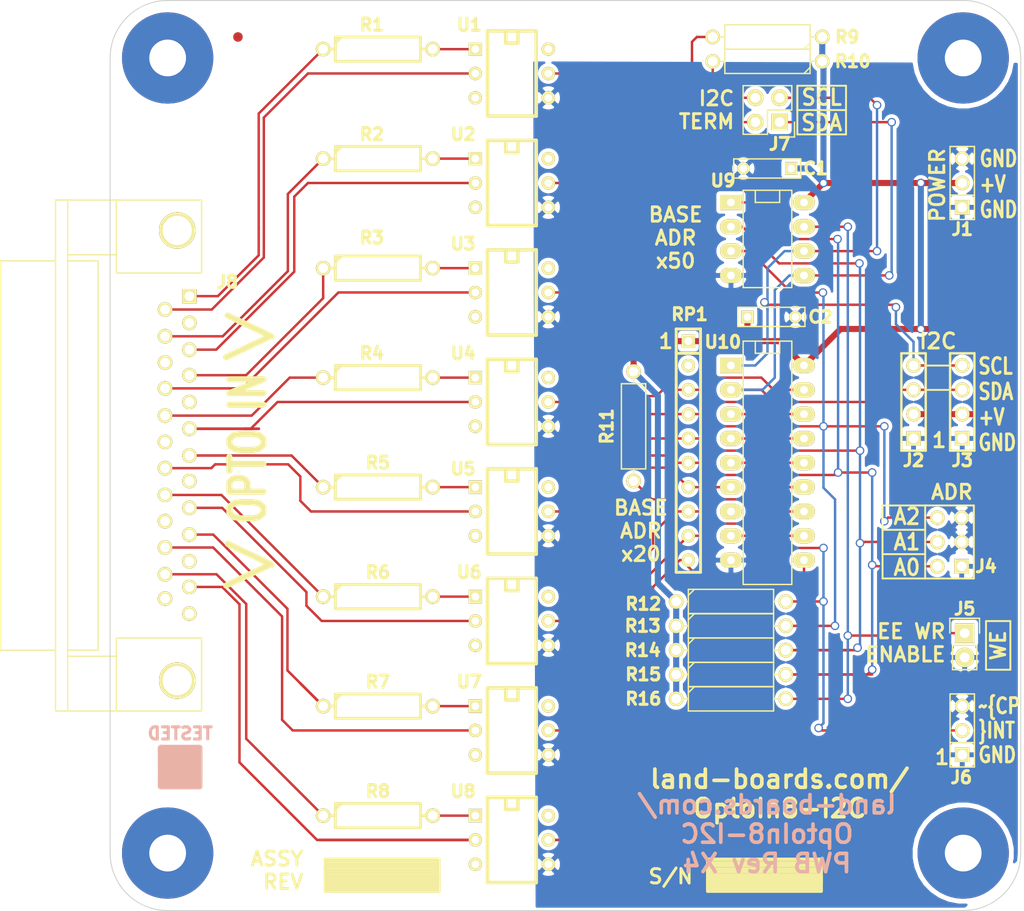
<source format=kicad_pcb>
(kicad_pcb (version 20171130) (host pcbnew "(5.1.10)-1")
  (title_block (title OptoIn8-I2C) (rev X1) (company land-boards.com))
  (layers (0 F.Cu signal) (31 B.Cu signal) (36 B.SilkS user) (37 F.SilkS user) (38 B.Mask user) (39 F.Mask user) (44 Edge.Cuts user))
  (net 0 "")
  (net 1 /A0)
  (net 2 /A1)
  (net 3 /A2)
  (net 4 /CH1-IN+)
  (net 5 /CH1-IN-)
  (net 6 /CH2-IN+)
  (net 7 /CH2-IN-)
  (net 8 /CH3-IN+)
  (net 9 /CH3-IN-)
  (net 10 /CH4-IN+)
  (net 11 /CH4-IN-)
  (net 12 /CH5-IN+)
  (net 13 /CH5-IN-)
  (net 14 /GND)
  (net 15 /GP0)
  (net 16 /GP1)
  (net 17 /GP2)
  (net 18 /GP3)
  (net 19 /GP4)
  (net 20 /GP5)
  (net 21 /GP6)
  (net 22 /GP7)
  (net 23 /INT)
  (net 24 /SCL)
  (net 25 /SDA)
  (net 26 /VCC)
  (net 27 "Net-(R1-Pad2)")
  (net 28 "Net-(R2-Pad2)")
  (net 29 "Net-(R3-Pad2)")
  (net 30 "Net-(R4-Pad2)")
  (net 31 "Net-(R5-Pad2)")
  (net 32 "Net-(R6-Pad2)")
  (net 33 "Net-(R7-Pad2)")
  (net 34 "Net-(R8-Pad2)")
  (net 35 "Net-(J5-Pad1)")
  (net 36 "Net-(J7-Pad2)")
  (net 37 "Net-(J7-Pad4)")
  (net 38 "Net-(J8-Pad12)")
  (net 39 "Net-(J8-Pad10)")
  (net 40 "Net-(J8-Pad9)")
  (net 41 "Net-(J8-Pad24)")
  (net 42 "Net-(J8-Pad23)")
  (net 43 "Net-(J8-Pad21)")
  (net 44 "Net-(R11-Pad2)")
  (module R4-5 (layer F.Cu) (at 37.94 72.23)
    (fp_text reference R6 (at 0 -2.54) (layer F.SilkS) (effects (font (size 1.27 1.27) (thickness 0.3175))))
    (fp_text value 330 hide)
    (pad 1 thru_hole circle (at -5.715 0) (size 1.524 1.524) (drill 1.016) (layers *.Cu *.Mask F.SilkS) (net 43 "Net-(J8-Pad21)"))
    (pad 2 thru_hole circle (at 5.715 0) (size 1.524 1.524) (drill 1.016) (layers *.Cu *.Mask F.SilkS) (net 32 "Net-(R6-Pad2)"))
  )
  (module R4-5 (layer F.Cu) (at 37.94 95.09)
    (fp_text reference R8 (at 0 -2.54) (layer F.SilkS) (effects (font (size 1.27 1.27) (thickness 0.3175))))
    (fp_text value 330 hide)
    (pad 1 thru_hole circle (at -5.715 0) (size 1.524 1.524) (drill 1.016) (layers *.Cu *.Mask F.SilkS) (net 41 "Net-(J8-Pad24)"))
    (pad 2 thru_hole circle (at 5.715 0) (size 1.524 1.524) (drill 1.016) (layers *.Cu *.Mask F.SilkS) (net 34 "Net-(R8-Pad2)"))
  )
  (module R4-5 (layer F.Cu) (at 37.94 83.66)
    (fp_text reference R7 (at 0 -2.54) (layer F.SilkS) (effects (font (size 1.27 1.27) (thickness 0.3175))))
    (fp_text value 330 hide)
    (pad 1 thru_hole circle (at -5.715 0) (size 1.524 1.524) (drill 1.016) (layers *.Cu *.Mask F.SilkS) (net 39 "Net-(J8-Pad10)"))
    (pad 2 thru_hole circle (at 5.715 0) (size 1.524 1.524) (drill 1.016) (layers *.Cu *.Mask F.SilkS) (net 33 "Net-(R7-Pad2)"))
  )
  (module R4-5 (layer F.Cu) (at 37.94 60.8)
    (fp_text reference R5 (at 0 -2.54) (layer F.SilkS) (effects (font (size 1.27 1.27) (thickness 0.3175))))
    (fp_text value 330 hide)
    (pad 1 thru_hole circle (at -5.715 0) (size 1.524 1.524) (drill 1.016) (layers *.Cu *.Mask F.SilkS) (net 12 /CH5-IN+))
    (pad 2 thru_hole circle (at 5.715 0) (size 1.524 1.524) (drill 1.016) (layers *.Cu *.Mask F.SilkS) (net 31 "Net-(R5-Pad2)"))
  )
  (module R4-5 (layer F.Cu) (at 37.94 49.37)
    (fp_text reference R4 (at -0.635 -2.54) (layer F.SilkS) (effects (font (size 1.27 1.27) (thickness 0.3175))))
    (fp_text value 330 hide)
    (pad 1 thru_hole circle (at -5.715 0) (size 1.524 1.524) (drill 1.016) (layers *.Cu *.Mask F.SilkS) (net 10 /CH4-IN+))
    (pad 2 thru_hole circle (at 5.715 0) (size 1.524 1.524) (drill 1.016) (layers *.Cu *.Mask F.SilkS) (net 30 "Net-(R4-Pad2)"))
  )
  (module R4-5 (layer F.Cu) (at 37.94 37.94)
    (fp_text reference R3 (at -0.635 -3.175) (layer F.SilkS) (effects (font (size 1.27 1.27) (thickness 0.3175))))
    (fp_text value 330 hide)
    (pad 1 thru_hole circle (at -5.715 0) (size 1.524 1.524) (drill 1.016) (layers *.Cu *.Mask F.SilkS) (net 8 /CH3-IN+))
    (pad 2 thru_hole circle (at 5.715 0) (size 1.524 1.524) (drill 1.016) (layers *.Cu *.Mask F.SilkS) (net 29 "Net-(R3-Pad2)"))
  )
  (module R4-5 (layer F.Cu) (at 37.94 26.51)
    (fp_text reference R2 (at -0.635 -2.54) (layer F.SilkS) (effects (font (size 1.27 1.27) (thickness 0.3175))))
    (fp_text value 330 hide)
    (pad 1 thru_hole circle (at -5.715 0) (size 1.524 1.524) (drill 1.016) (layers *.Cu *.Mask F.SilkS) (net 6 /CH2-IN+))
    (pad 2 thru_hole circle (at 5.715 0) (size 1.524 1.524) (drill 1.016) (layers *.Cu *.Mask F.SilkS) (net 28 "Net-(R2-Pad2)"))
  )
  (module R4-5 (layer F.Cu) (at 37.94 15.08)
    (fp_text reference R1 (at -0.635 -2.54) (layer F.SilkS) (effects (font (size 1.27 1.27) (thickness 0.3175))))
    (fp_text value 330 hide)
    (pad 1 thru_hole circle (at -5.715 0) (size 1.524 1.524) (drill 1.016) (layers *.Cu *.Mask F.SilkS) (net 4 /CH1-IN+))
    (pad 2 thru_hole circle (at 5.715 0) (size 1.524 1.524) (drill 1.016) (layers *.Cu *.Mask F.SilkS) (net 27 "Net-(R1-Pad2)"))
  )
  (module DIP-6__300 (layer F.Cu) (at 51.91 17.62 270)
    (fp_text reference U1 (at -5.08 4.445) (layer F.SilkS) (effects (font (size 1.27 1.27) (thickness 0.3175))))
    (fp_text value 4N26 hide)
    (pad 1 thru_hole rect (at -2.54 3.81 270) (size 1.397 1.397) (drill 0.8128) (layers *.Cu *.Mask F.SilkS) (net 27 "Net-(R1-Pad2)"))
    (pad 2 thru_hole circle (at 0 3.81 270) (size 1.397 1.397) (drill 0.8128) (layers *.Cu *.Mask F.SilkS) (net 5 /CH1-IN-))
    (pad 3 thru_hole circle (at 2.54 3.81 270) (size 1.397 1.397) (drill 0.8128) (layers *.Cu *.Mask F.SilkS))
    (pad 4 thru_hole circle (at 2.54 -3.81 270) (size 1.397 1.397) (drill 0.8128) (layers *.Cu *.Mask F.SilkS) (net 14 /GND))
    (pad 5 thru_hole circle (at 0 -3.81 270) (size 1.397 1.397) (drill 0.8128) (layers *.Cu *.Mask F.SilkS) (net 22 /GP7))
    (pad 6 thru_hole circle (at -2.54 -3.81 270) (size 1.397 1.397) (drill 0.8128) (layers *.Cu *.Mask F.SilkS))
  )
  (module DIP-6__300 (layer F.Cu) (at 51.91 97.63 270)
    (fp_text reference U8 (at -5.08 5.08) (layer F.SilkS) (effects (font (size 1.27 1.27) (thickness 0.3175))))
    (fp_text value 4N26 hide)
    (pad 1 thru_hole rect (at -2.54 3.81 270) (size 1.397 1.397) (drill 0.8128) (layers *.Cu *.Mask F.SilkS) (net 34 "Net-(R8-Pad2)"))
    (pad 2 thru_hole circle (at 0 3.81 270) (size 1.397 1.397) (drill 0.8128) (layers *.Cu *.Mask F.SilkS) (net 38 "Net-(J8-Pad12)"))
    (pad 3 thru_hole circle (at 2.54 3.81 270) (size 1.397 1.397) (drill 0.8128) (layers *.Cu *.Mask F.SilkS))
    (pad 4 thru_hole circle (at 2.54 -3.81 270) (size 1.397 1.397) (drill 0.8128) (layers *.Cu *.Mask F.SilkS) (net 14 /GND))
    (pad 5 thru_hole circle (at 0 -3.81 270) (size 1.397 1.397) (drill 0.8128) (layers *.Cu *.Mask F.SilkS) (net 15 /GP0))
    (pad 6 thru_hole circle (at -2.54 -3.81 270) (size 1.397 1.397) (drill 0.8128) (layers *.Cu *.Mask F.SilkS))
  )
  (module DIP-6__300 (layer F.Cu) (at 51.91 86.2 270)
    (fp_text reference U7 (at -5.08 4.445) (layer F.SilkS) (effects (font (size 1.27 1.27) (thickness 0.3175))))
    (fp_text value 4N26 hide)
    (pad 1 thru_hole rect (at -2.54 3.81 270) (size 1.397 1.397) (drill 0.8128) (layers *.Cu *.Mask F.SilkS) (net 33 "Net-(R7-Pad2)"))
    (pad 2 thru_hole circle (at 0 3.81 270) (size 1.397 1.397) (drill 0.8128) (layers *.Cu *.Mask F.SilkS) (net 42 "Net-(J8-Pad23)"))
    (pad 3 thru_hole circle (at 2.54 3.81 270) (size 1.397 1.397) (drill 0.8128) (layers *.Cu *.Mask F.SilkS))
    (pad 4 thru_hole circle (at 2.54 -3.81 270) (size 1.397 1.397) (drill 0.8128) (layers *.Cu *.Mask F.SilkS) (net 14 /GND))
    (pad 5 thru_hole circle (at 0 -3.81 270) (size 1.397 1.397) (drill 0.8128) (layers *.Cu *.Mask F.SilkS) (net 16 /GP1))
    (pad 6 thru_hole circle (at -2.54 -3.81 270) (size 1.397 1.397) (drill 0.8128) (layers *.Cu *.Mask F.SilkS))
  )
  (module DIP-6__300 (layer F.Cu) (at 51.91 74.77 270)
    (fp_text reference U6 (at -5.08 4.445) (layer F.SilkS) (effects (font (size 1.27 1.27) (thickness 0.3175))))
    (fp_text value 4N26 hide)
    (pad 1 thru_hole rect (at -2.54 3.81 270) (size 1.397 1.397) (drill 0.8128) (layers *.Cu *.Mask F.SilkS) (net 32 "Net-(R6-Pad2)"))
    (pad 2 thru_hole circle (at 0 3.81 270) (size 1.397 1.397) (drill 0.8128) (layers *.Cu *.Mask F.SilkS) (net 40 "Net-(J8-Pad9)"))
    (pad 3 thru_hole circle (at 2.54 3.81 270) (size 1.397 1.397) (drill 0.8128) (layers *.Cu *.Mask F.SilkS))
    (pad 4 thru_hole circle (at 2.54 -3.81 270) (size 1.397 1.397) (drill 0.8128) (layers *.Cu *.Mask F.SilkS) (net 14 /GND))
    (pad 5 thru_hole circle (at 0 -3.81 270) (size 1.397 1.397) (drill 0.8128) (layers *.Cu *.Mask F.SilkS) (net 17 /GP2))
    (pad 6 thru_hole circle (at -2.54 -3.81 270) (size 1.397 1.397) (drill 0.8128) (layers *.Cu *.Mask F.SilkS))
  )
  (module DIP-6__300 (layer F.Cu) (at 51.91 63.34 270)
    (fp_text reference U5 (at -4.445 5.08) (layer F.SilkS) (effects (font (size 1.27 1.27) (thickness 0.3175))))
    (fp_text value 4N26 hide)
    (pad 1 thru_hole rect (at -2.54 3.81 270) (size 1.397 1.397) (drill 0.8128) (layers *.Cu *.Mask F.SilkS) (net 31 "Net-(R5-Pad2)"))
    (pad 2 thru_hole circle (at 0 3.81 270) (size 1.397 1.397) (drill 0.8128) (layers *.Cu *.Mask F.SilkS) (net 13 /CH5-IN-))
    (pad 3 thru_hole circle (at 2.54 3.81 270) (size 1.397 1.397) (drill 0.8128) (layers *.Cu *.Mask F.SilkS))
    (pad 4 thru_hole circle (at 2.54 -3.81 270) (size 1.397 1.397) (drill 0.8128) (layers *.Cu *.Mask F.SilkS) (net 14 /GND))
    (pad 5 thru_hole circle (at 0 -3.81 270) (size 1.397 1.397) (drill 0.8128) (layers *.Cu *.Mask F.SilkS) (net 18 /GP3))
    (pad 6 thru_hole circle (at -2.54 -3.81 270) (size 1.397 1.397) (drill 0.8128) (layers *.Cu *.Mask F.SilkS))
  )
  (module DIP-6__300 (layer F.Cu) (at 51.91 51.91 270)
    (fp_text reference U4 (at -5.08 5.08) (layer F.SilkS) (effects (font (size 1.27 1.27) (thickness 0.3175))))
    (fp_text value 4N26 hide)
    (pad 1 thru_hole rect (at -2.54 3.81 270) (size 1.397 1.397) (drill 0.8128) (layers *.Cu *.Mask F.SilkS) (net 30 "Net-(R4-Pad2)"))
    (pad 2 thru_hole circle (at 0 3.81 270) (size 1.397 1.397) (drill 0.8128) (layers *.Cu *.Mask F.SilkS) (net 11 /CH4-IN-))
    (pad 3 thru_hole circle (at 2.54 3.81 270) (size 1.397 1.397) (drill 0.8128) (layers *.Cu *.Mask F.SilkS))
    (pad 4 thru_hole circle (at 2.54 -3.81 270) (size 1.397 1.397) (drill 0.8128) (layers *.Cu *.Mask F.SilkS) (net 14 /GND))
    (pad 5 thru_hole circle (at 0 -3.81 270) (size 1.397 1.397) (drill 0.8128) (layers *.Cu *.Mask F.SilkS) (net 19 /GP4))
    (pad 6 thru_hole circle (at -2.54 -3.81 270) (size 1.397 1.397) (drill 0.8128) (layers *.Cu *.Mask F.SilkS))
  )
  (module DIP-6__300 (layer F.Cu) (at 51.91 40.48 270)
    (fp_text reference U3 (at -5.08 5.08) (layer F.SilkS) (effects (font (size 1.27 1.27) (thickness 0.3175))))
    (fp_text value 4N26 hide)
    (pad 1 thru_hole rect (at -2.54 3.81 270) (size 1.397 1.397) (drill 0.8128) (layers *.Cu *.Mask F.SilkS) (net 29 "Net-(R3-Pad2)"))
    (pad 2 thru_hole circle (at 0 3.81 270) (size 1.397 1.397) (drill 0.8128) (layers *.Cu *.Mask F.SilkS) (net 9 /CH3-IN-))
    (pad 3 thru_hole circle (at 2.54 3.81 270) (size 1.397 1.397) (drill 0.8128) (layers *.Cu *.Mask F.SilkS))
    (pad 4 thru_hole circle (at 2.54 -3.81 270) (size 1.397 1.397) (drill 0.8128) (layers *.Cu *.Mask F.SilkS) (net 14 /GND))
    (pad 5 thru_hole circle (at 0 -3.81 270) (size 1.397 1.397) (drill 0.8128) (layers *.Cu *.Mask F.SilkS) (net 20 /GP5))
    (pad 6 thru_hole circle (at -2.54 -3.81 270) (size 1.397 1.397) (drill 0.8128) (layers *.Cu *.Mask F.SilkS))
  )
  (module DIP-6__300 (layer F.Cu) (at 51.91 29.05 270)
    (fp_text reference U2 (at -5.08 5.08) (layer F.SilkS) (effects (font (size 1.27 1.27) (thickness 0.3175))))
    (fp_text value 4N26 hide)
    (pad 1 thru_hole rect (at -2.54 3.81 270) (size 1.397 1.397) (drill 0.8128) (layers *.Cu *.Mask F.SilkS) (net 28 "Net-(R2-Pad2)"))
    (pad 2 thru_hole circle (at 0 3.81 270) (size 1.397 1.397) (drill 0.8128) (layers *.Cu *.Mask F.SilkS) (net 7 /CH2-IN-))
    (pad 3 thru_hole circle (at 2.54 3.81 270) (size 1.397 1.397) (drill 0.8128) (layers *.Cu *.Mask F.SilkS))
    (pad 4 thru_hole circle (at 2.54 -3.81 270) (size 1.397 1.397) (drill 0.8128) (layers *.Cu *.Mask F.SilkS) (net 14 /GND))
    (pad 5 thru_hole circle (at 0 -3.81 270) (size 1.397 1.397) (drill 0.8128) (layers *.Cu *.Mask F.SilkS) (net 21 /GP6))
    (pad 6 thru_hole circle (at -2.54 -3.81 270) (size 1.397 1.397) (drill 0.8128) (layers *.Cu *.Mask F.SilkS))
  )
  (module REV_BLOCK (layer F.Cu) (at 37.94 101.44)
    (fp_text reference ST1 hide)
    (fp_text value CONN_1 hide)
  )
  (module pin_array_3x2 (layer F.Cu) (at 97.57 66.525 90)
    (fp_text reference J4 (at -2.54 3.81 180) (layer F.SilkS) (effects (font (size 1.27 1.27) (thickness 0.3175))))
    (fp_text value CONN_3X2 hide)
    (pad 1 thru_hole rect (at -2.54 1.27 90) (size 1.524 1.524) (drill 1.016) (layers *.Cu *.Mask F.SilkS) (net 14 /GND))
    (pad 2 thru_hole circle (at -2.54 -1.27 90) (size 1.524 1.524) (drill 1.016) (layers *.Cu *.Mask F.SilkS) (net 1 /A0))
    (pad 3 thru_hole circle (at 0 1.27 90) (size 1.524 1.524) (drill 1.016) (layers *.Cu *.Mask F.SilkS) (net 14 /GND))
    (pad 4 thru_hole circle (at 0 -1.27 90) (size 1.524 1.524) (drill 1.016) (layers *.Cu *.Mask F.SilkS) (net 2 /A1))
    (pad 5 thru_hole circle (at 2.54 1.27 90) (size 1.524 1.524) (drill 1.016) (layers *.Cu *.Mask F.SilkS) (net 14 /GND))
    (pad 6 thru_hole circle (at 2.54 -1.27 90) (size 1.524 1.524) (drill 1.016) (layers *.Cu *.Mask F.SilkS) (net 3 /A2))
  )
  (module SIL-10 (layer F.Cu) (at 70.325 56.99 270)
    (fp_text reference RP1 (at -14.224 -0.127) (layer F.SilkS) (effects (font (size 1.27 1.27) (thickness 0.3175))))
    (fp_text value 4.7K-PACK hide)
    (pad 1 thru_hole rect (at -11.43 0 270) (size 1.397 1.397) (drill 0.8128) (layers *.Cu *.Mask F.SilkS) (net 26 /VCC))
    (pad 2 thru_hole circle (at -8.89 0 270) (size 1.397 1.397) (drill 0.8128) (layers *.Cu *.Mask F.SilkS))
    (pad 3 thru_hole circle (at -6.35 0 270) (size 1.397 1.397) (drill 0.8128) (layers *.Cu *.Mask F.SilkS) (net 22 /GP7))
    (pad 4 thru_hole circle (at -3.81 0 270) (size 1.397 1.397) (drill 0.8128) (layers *.Cu *.Mask F.SilkS) (net 21 /GP6))
    (pad 5 thru_hole circle (at -1.27 0 270) (size 1.397 1.397) (drill 0.8128) (layers *.Cu *.Mask F.SilkS) (net 20 /GP5))
    (pad 6 thru_hole circle (at 1.27 0 270) (size 1.397 1.397) (drill 0.8128) (layers *.Cu *.Mask F.SilkS) (net 19 /GP4))
    (pad 7 thru_hole circle (at 3.81 0 270) (size 1.397 1.397) (drill 0.8128) (layers *.Cu *.Mask F.SilkS) (net 18 /GP3))
    (pad 8 thru_hole circle (at 6.35 0 270) (size 1.397 1.397) (drill 0.8128) (layers *.Cu *.Mask F.SilkS) (net 17 /GP2))
    (pad 9 thru_hole circle (at 8.89 0 270) (size 1.397 1.397) (drill 0.8128) (layers *.Cu *.Mask F.SilkS) (net 16 /GP1))
    (pad 10 thru_hole circle (at 11.43 0 270) (size 1.397 1.397) (drill 0.8128) (layers *.Cu *.Mask F.SilkS) (net 15 /GP0))
  )
  (module FIDUCIAL (layer F.Cu) (at 22.7 12.54)
    (fp_text reference FID2 hide)
    (fp_text value ADAFRUIT_FIDUCIAL hide)
    (pad 1 smd circle (at 0.635 1.27) (size 1 1) (layers F.Cu F.Mask) (clearance 1))
  )
  (module FIDUCIAL (layer F.Cu) (at 92.55 102.71)
    (fp_text reference FID1 hide)
    (fp_text value ADAFRUIT_FIDUCIAL hide)
    (pad 1 smd circle (at 0 0) (size 1 1) (layers F.Cu F.Mask) (clearance 1))
  )
  (module PIN_ARRAY_4x1 (layer F.Cu) (at 93.82 51.91 90)
    (fp_text reference J2 (at -6.096 0 180) (layer F.SilkS) (effects (font (size 1.27 1.27) (thickness 0.3175))))
    (fp_text value CONN_4 hide)
    (pad 1 thru_hole rect (at -3.81 0 90) (size 1.524 1.524) (drill 1.016) (layers *.Cu *.Mask F.SilkS) (net 14 /GND))
    (pad 2 thru_hole circle (at -1.27 0 90) (size 1.524 1.524) (drill 1.016) (layers *.Cu *.Mask F.SilkS) (net 26 /VCC))
    (pad 3 thru_hole circle (at 1.27 0 90) (size 1.524 1.524) (drill 1.016) (layers *.Cu *.Mask F.SilkS) (net 25 /SDA))
    (pad 4 thru_hole circle (at 3.81 0 90) (size 1.524 1.524) (drill 1.016) (layers *.Cu *.Mask F.SilkS) (net 24 /SCL))
  )
  (module REV_BLOCK (layer F.Cu) (at 77.818 101.44)
    (fp_text reference ST2 hide)
    (fp_text value REV-HIST hide)
  )
  (module MTG-6-32 (layer F.Cu) (at 99 99)
    (fp_text reference MTG4 hide)
    (fp_text value MTG_HOLE hide)
    (pad 1 thru_hole circle (at 0 0) (size 9.525 9.525) (drill 3.8354) (layers *.Cu *.Mask) (clearance 0.508))
  )
  (module MTG-6-32 (layer F.Cu) (at 99 16)
    (fp_text reference MTG2 hide)
    (fp_text value MTG_HOLE hide)
    (pad 1 thru_hole circle (at 0 0) (size 9.525 9.525) (drill 3.8354) (layers *.Cu *.Mask) (clearance 0.508))
  )
  (module MTG-6-32 (layer F.Cu) (at 16 99)
    (fp_text reference MTG3 hide)
    (fp_text value MTG_HOLE hide)
    (pad 1 thru_hole circle (at 0 0) (size 9.525 9.525) (drill 3.8354) (layers *.Cu *.Mask) (clearance 0.508))
  )
  (module MTG-6-32 (layer F.Cu) (at 16 16)
    (fp_text reference MTG1 hide)
    (fp_text value MTG_HOLE hide)
    (pad 1 thru_hole circle (at 0 0) (size 9.525 9.525) (drill 3.8354) (layers *.Cu *.Mask) (clearance 0.508))
  )
  (module PIN_ARRAY_4x1 (layer F.Cu) (at 98.9 51.91 90)
    (fp_text reference J3 (at -6.096 0 180) (layer F.SilkS) (effects (font (size 1.27 1.27) (thickness 0.3175))))
    (fp_text value CONN_4 hide)
    (pad 1 thru_hole rect (at -3.81 0 90) (size 1.524 1.524) (drill 1.016) (layers *.Cu *.Mask F.SilkS) (net 14 /GND))
    (pad 2 thru_hole circle (at -1.27 0 90) (size 1.524 1.524) (drill 1.016) (layers *.Cu *.Mask F.SilkS) (net 26 /VCC))
    (pad 3 thru_hole circle (at 1.27 0 90) (size 1.524 1.524) (drill 1.016) (layers *.Cu *.Mask F.SilkS) (net 25 /SDA))
    (pad 4 thru_hole circle (at 3.81 0 90) (size 1.524 1.524) (drill 1.016) (layers *.Cu *.Mask F.SilkS) (net 24 /SCL))
  )
  (module PIN_ARRAY_3X1 (layer F.Cu) (at 98.9 86.2 90)
    (fp_text reference J6 (at -4.9 -0.1 180) (layer F.SilkS) (effects (font (size 1.27 1.27) (thickness 0.3175))))
    (fp_text value CONN_3 hide)
    (pad 1 thru_hole rect (at -2.54 0 90) (size 1.524 1.524) (drill 1.016) (layers *.Cu *.Mask F.SilkS) (net 14 /GND))
    (pad 2 thru_hole circle (at 0 0 90) (size 1.524 1.524) (drill 1.016) (layers *.Cu *.Mask F.SilkS) (net 23 /INT))
    (pad 3 thru_hole circle (at 2.54 0 90) (size 1.524 1.524) (drill 1.016) (layers *.Cu *.Mask F.SilkS) (net 14 /GND))
  )
  (module PIN_ARRAY_3X1 (layer F.Cu) (at 98.9 29.05 90)
    (fp_text reference J1 (at -4.826 0 180) (layer F.SilkS) (effects (font (size 1.27 1.27) (thickness 0.3175))))
    (fp_text value CONN_3 hide)
    (pad 1 thru_hole rect (at -2.54 0 90) (size 1.524 1.524) (drill 1.016) (layers *.Cu *.Mask F.SilkS) (net 14 /GND))
    (pad 2 thru_hole circle (at 0 0 90) (size 1.524 1.524) (drill 1.016) (layers *.Cu *.Mask F.SilkS) (net 26 /VCC))
    (pad 3 thru_hole circle (at 2.54 0 90) (size 1.524 1.524) (drill 1.016) (layers *.Cu *.Mask F.SilkS) (net 14 /GND))
  )
  (module Pin_Headers:Pin_Header_Straight_1x02 (layer F.Cu) (at 99.154 76.04)
    (fp_text reference J5 (at 0 -2.54) (layer F.SilkS) (effects (font (size 1.27 1.27) (thickness 0.3175))))
    (fp_text value CONN_01X02 hide)
    (pad 1 thru_hole rect (at 0 0) (size 2.032 2.032) (drill 1.016) (layers *.Cu *.Mask F.SilkS) (net 35 "Net-(J5-Pad1)"))
    (pad 2 thru_hole oval (at 0 2.54) (size 2.032 2.032) (drill 1.016) (layers *.Cu *.Mask F.SilkS) (net 14 /GND))
  )
  (module Discret:R4-5 (layer F.Cu) (at 74.77 75.278)
    (fp_text reference R13 (at -9.204 0.01) (layer F.SilkS) (effects (font (size 1.27 1.27) (thickness 0.3175))))
    (fp_text value 10K hide)
    (pad 1 thru_hole circle (at -5.715 0) (size 1.524 1.524) (drill 1.016) (layers *.Cu *.Mask F.SilkS) (net 26 /VCC))
    (pad 2 thru_hole circle (at 5.715 0) (size 1.524 1.524) (drill 1.016) (layers *.Cu *.Mask F.SilkS) (net 3 /A2))
  )
  (module Discret:R4-5 (layer F.Cu) (at 74.77 77.818)
    (fp_text reference R14 (at -9.204 0.01) (layer F.SilkS) (effects (font (size 1.27 1.27) (thickness 0.3175))))
    (fp_text value 10K hide)
    (pad 1 thru_hole circle (at -5.715 0) (size 1.524 1.524) (drill 1.016) (layers *.Cu *.Mask F.SilkS) (net 26 /VCC))
    (pad 2 thru_hole circle (at 5.715 0) (size 1.524 1.524) (drill 1.016) (layers *.Cu *.Mask F.SilkS) (net 2 /A1))
  )
  (module Discret:R4-5 (layer F.Cu) (at 74.77 80.358)
    (fp_text reference R15 (at -9.144 0) (layer F.SilkS) (effects (font (size 1.27 1.27) (thickness 0.3175))))
    (fp_text value 10K hide)
    (pad 1 thru_hole circle (at -5.715 0) (size 1.524 1.524) (drill 1.016) (layers *.Cu *.Mask F.SilkS) (net 26 /VCC))
    (pad 2 thru_hole circle (at 5.715 0) (size 1.524 1.524) (drill 1.016) (layers *.Cu *.Mask F.SilkS) (net 1 /A0))
  )
  (module Discret:R4-5 (layer F.Cu) (at 64.61 54.45 270)
    (fp_text reference R11 (at 0 2.794 270) (layer F.SilkS) (effects (font (size 1.27 1.27) (thickness 0.3175))))
    (fp_text value 10K hide)
    (pad 1 thru_hole circle (at -5.715 0 270) (size 1.524 1.524) (drill 1.016) (layers *.Cu *.Mask F.SilkS) (net 26 /VCC))
    (pad 2 thru_hole circle (at 5.715 0 270) (size 1.524 1.524) (drill 1.016) (layers *.Cu *.Mask F.SilkS) (net 44 "Net-(R11-Pad2)"))
  )
  (module Discret:R4-5 (layer F.Cu) (at 74.77 72.738)
    (fp_text reference R12 (at -9.144 0.254) (layer F.SilkS) (effects (font (size 1.27 1.27) (thickness 0.3175))))
    (fp_text value 10K hide)
    (pad 1 thru_hole circle (at -5.715 0) (size 1.524 1.524) (drill 1.016) (layers *.Cu *.Mask F.SilkS) (net 26 /VCC))
    (pad 2 thru_hole circle (at 5.715 0) (size 1.524 1.524) (drill 1.016) (layers *.Cu *.Mask F.SilkS) (net 23 /INT))
  )
  (module Discret:R4-5 (layer F.Cu) (at 74.77 82.898)
    (fp_text reference R16 (at -9.144 0) (layer F.SilkS) (effects (font (size 1.27 1.27) (thickness 0.3175))))
    (fp_text value 1K hide)
    (pad 1 thru_hole circle (at -5.715 0) (size 1.524 1.524) (drill 1.016) (layers *.Cu *.Mask F.SilkS) (net 26 /VCC))
    (pad 2 thru_hole circle (at 5.715 0) (size 1.524 1.524) (drill 1.016) (layers *.Cu *.Mask F.SilkS) (net 35 "Net-(J5-Pad1)"))
  )
  (module Pin_Headers:Pin_Header_Straight_2x02 (layer F.Cu) (at 79.85 22.7 180)
    (fp_text reference J7 (at 0 -2.286 180) (layer F.SilkS) (effects (font (size 1.27 1.27) (thickness 0.3175))))
    (fp_text value CONN_02X02 hide)
    (pad 1 thru_hole rect (at 0 0 180) (size 1.7272 1.7272) (drill 1.016) (layers *.Cu *.Mask F.SilkS) (net 25 /SDA))
    (pad 2 thru_hole oval (at 2.54 0 180) (size 1.7272 1.7272) (drill 1.016) (layers *.Cu *.Mask F.SilkS) (net 36 "Net-(J7-Pad2)"))
    (pad 3 thru_hole oval (at 0 2.54 180) (size 1.7272 1.7272) (drill 1.016) (layers *.Cu *.Mask F.SilkS) (net 24 /SCL))
    (pad 4 thru_hole oval (at 2.54 2.54 180) (size 1.7272 1.7272) (drill 1.016) (layers *.Cu *.Mask F.SilkS) (net 37 "Net-(J7-Pad4)"))
  )
  (module Discret:R4-5 (layer F.Cu) (at 78.58 13.81 180)
    (fp_text reference R9 (at -8.322 -0.01 180) (layer F.SilkS) (effects (font (size 1.27 1.27) (thickness 0.3175))))
    (fp_text value 2.2K hide)
    (pad 1 thru_hole circle (at -5.715 0 180) (size 1.524 1.524) (drill 1.016) (layers *.Cu *.Mask F.SilkS) (net 26 /VCC))
    (pad 2 thru_hole circle (at 5.715 0 180) (size 1.524 1.524) (drill 1.016) (layers *.Cu *.Mask F.SilkS) (net 36 "Net-(J7-Pad2)"))
  )
  (module Discret:R4-5 (layer F.Cu) (at 78.58 16.35 180)
    (fp_text reference R10 (at -8.89 0 180) (layer F.SilkS) (effects (font (size 1.27 1.27) (thickness 0.3175))))
    (fp_text value 2.2K hide)
    (pad 1 thru_hole circle (at -5.715 0 180) (size 1.524 1.524) (drill 1.016) (layers *.Cu *.Mask F.SilkS) (net 26 /VCC))
    (pad 2 thru_hole circle (at 5.715 0 180) (size 1.524 1.524) (drill 1.016) (layers *.Cu *.Mask F.SilkS) (net 37 "Net-(J7-Pad4)"))
  )
  (module modules:TEST_BLK-REAR (layer F.Cu) (at 17.306 90.02)
    (fp_text reference TESTED (at 0 -3.5) (layer B.SilkS) (effects (font (size 1.27 1.27) (thickness 0.3175)) (justify mirror)))
    (fp_text value VAL** hide)
  )
  (module Capacitors_ThroughHole:C_Rect_L7_W2_P5 (layer F.Cu) (at 81.06 27.536 180)
    (fp_text reference C1 (at -2.54 0 180) (layer F.SilkS) (effects (font (size 1.27 1.27) (thickness 0.3175))))
    (fp_text value 0.1uF hide)
    (pad 1 thru_hole rect (at 0 0 180) (size 1.3 1.3) (drill 0.8) (layers *.Cu *.Mask F.SilkS) (net 26 /VCC))
    (pad 2 thru_hole circle (at 5 0 180) (size 1.3 1.3) (drill 0.8) (layers *.Cu *.Mask F.SilkS) (net 14 /GND))
  )
  (module Capacitors_ThroughHole:C_Rect_L7_W2_P5 (layer F.Cu) (at 76.488 43.03)
    (fp_text reference C2 (at 7.62 0) (layer F.SilkS) (effects (font (size 1.27 1.27) (thickness 0.3175))))
    (fp_text value 0.1uF hide)
    (pad 1 thru_hole rect (at 0 0) (size 1.3 1.3) (drill 0.8) (layers *.Cu *.Mask F.SilkS) (net 26 /VCC))
    (pad 2 thru_hole circle (at 5 0) (size 1.3 1.3) (drill 0.8) (layers *.Cu *.Mask F.SilkS) (net 14 /GND))
  )
  (module Housings_DIP:DIP-8__300_ELL (layer F.Cu) (at 78.58 34.892 270)
    (fp_text reference U9 (at -6.086 4.632) (layer F.SilkS) (effects (font (size 1.27 1.27) (thickness 0.3175))))
    (fp_text value 24C01 hide)
    (pad 1 thru_hole rect (at -3.81 3.81 270) (size 1.5748 2.286) (drill 0.8128) (layers *.Cu *.Mask F.SilkS) (net 1 /A0))
    (pad 2 thru_hole oval (at -1.27 3.81 270) (size 1.5748 2.286) (drill 0.8128) (layers *.Cu *.Mask F.SilkS) (net 2 /A1))
    (pad 3 thru_hole oval (at 1.27 3.81 270) (size 1.5748 2.286) (drill 0.8128) (layers *.Cu *.Mask F.SilkS) (net 3 /A2))
    (pad 4 thru_hole oval (at 3.81 3.81 270) (size 1.5748 2.286) (drill 0.8128) (layers *.Cu *.Mask F.SilkS) (net 14 /GND))
    (pad 5 thru_hole oval (at 3.81 -3.81 270) (size 1.5748 2.286) (drill 0.8128) (layers *.Cu *.Mask F.SilkS) (net 25 /SDA))
    (pad 6 thru_hole oval (at 1.27 -3.81 270) (size 1.5748 2.286) (drill 0.8128) (layers *.Cu *.Mask F.SilkS) (net 24 /SCL))
    (pad 7 thru_hole oval (at -1.27 -3.81 270) (size 1.5748 2.286) (drill 0.8128) (layers *.Cu *.Mask F.SilkS) (net 35 "Net-(J5-Pad1)"))
    (pad 8 thru_hole oval (at -3.81 -3.81 270) (size 1.5748 2.286) (drill 0.8128) (layers *.Cu *.Mask F.SilkS) (net 26 /VCC))
  )
  (module Housings_DIP:DIP-18__300_ELL (layer F.Cu) (at 78.58 58.26 270)
    (fp_text reference U10 (at -12.61 4.655) (layer F.SilkS) (effects (font (size 1.27 1.27) (thickness 0.3175))))
    (fp_text value MCP23008P hide)
    (pad 1 thru_hole rect (at -10.16 3.81 270) (size 1.5748 2.286) (drill 0.8128) (layers *.Cu *.Mask F.SilkS) (net 24 /SCL))
    (pad 2 thru_hole oval (at -7.62 3.81 270) (size 1.5748 2.286) (drill 0.8128) (layers *.Cu *.Mask F.SilkS) (net 25 /SDA))
    (pad 3 thru_hole oval (at -5.08 3.81 270) (size 1.5748 2.286) (drill 0.8128) (layers *.Cu *.Mask F.SilkS) (net 3 /A2))
    (pad 4 thru_hole oval (at -2.54 3.81 270) (size 1.5748 2.286) (drill 0.8128) (layers *.Cu *.Mask F.SilkS) (net 2 /A1))
    (pad 5 thru_hole oval (at 0 3.81 270) (size 1.5748 2.286) (drill 0.8128) (layers *.Cu *.Mask F.SilkS) (net 1 /A0))
    (pad 6 thru_hole oval (at 2.54 3.81 270) (size 1.5748 2.286) (drill 0.8128) (layers *.Cu *.Mask F.SilkS) (net 44 "Net-(R11-Pad2)"))
    (pad 7 thru_hole oval (at 5.08 3.81 270) (size 1.5748 2.286) (drill 0.8128) (layers *.Cu *.Mask F.SilkS))
    (pad 8 thru_hole oval (at 7.62 3.81 270) (size 1.5748 2.286) (drill 0.8128) (layers *.Cu *.Mask F.SilkS) (net 23 /INT))
    (pad 9 thru_hole oval (at 10.16 3.81 270) (size 1.5748 2.286) (drill 0.8128) (layers *.Cu *.Mask F.SilkS) (net 14 /GND))
    (pad 10 thru_hole oval (at 10.16 -3.81 270) (size 1.5748 2.286) (drill 0.8128) (layers *.Cu *.Mask F.SilkS) (net 15 /GP0))
    (pad 11 thru_hole oval (at 7.62 -3.81 270) (size 1.5748 2.286) (drill 0.8128) (layers *.Cu *.Mask F.SilkS) (net 16 /GP1))
    (pad 12 thru_hole oval (at 5.08 -3.81 270) (size 1.5748 2.286) (drill 0.8128) (layers *.Cu *.Mask F.SilkS) (net 17 /GP2))
    (pad 13 thru_hole oval (at 2.54 -3.81 270) (size 1.5748 2.286) (drill 0.8128) (layers *.Cu *.Mask F.SilkS) (net 18 /GP3))
    (pad 14 thru_hole oval (at 0 -3.81 270) (size 1.5748 2.286) (drill 0.8128) (layers *.Cu *.Mask F.SilkS) (net 19 /GP4))
    (pad 15 thru_hole oval (at -2.54 -3.81 270) (size 1.5748 2.286) (drill 0.8128) (layers *.Cu *.Mask F.SilkS) (net 20 /GP5))
    (pad 16 thru_hole oval (at -5.08 -3.81 270) (size 1.5748 2.286) (drill 0.8128) (layers *.Cu *.Mask F.SilkS) (net 21 /GP6))
    (pad 17 thru_hole oval (at -7.62 -3.81 270) (size 1.5748 2.286) (drill 0.8128) (layers *.Cu *.Mask F.SilkS) (net 22 /GP7))
    (pad 18 thru_hole oval (at -10.16 -3.81 270) (size 1.5748 2.286) (drill 0.8128) (layers *.Cu *.Mask F.SilkS) (net 26 /VCC))
  )
  (module DougsNewMods:DB25MC (layer F.Cu) (at 17 57.5 90)
    (fp_text reference J8 (at 18.13 5.225 180) (layer F.SilkS) (effects (font (size 1.27 1.27) (thickness 0.3175))))
    (fp_text value DB25 hide)
    (pad "" thru_hole circle (at 23.495 0 90) (size 3.81 3.81) (drill 3.048) (layers *.Cu *.Mask F.SilkS))
    (pad "" thru_hole circle (at -23.495 0 90) (size 3.81 3.81) (drill 3.048) (layers *.Cu *.Mask F.SilkS))
    (pad 13 thru_hole circle (at -16.51 1.27 90) (size 1.524 1.524) (drill 1.016) (layers *.Cu *.Mask F.SilkS))
    (pad 12 thru_hole circle (at -13.716 1.27 90) (size 1.524 1.524) (drill 1.016) (layers *.Cu *.Mask F.SilkS) (net 38 "Net-(J8-Pad12)"))
    (pad 11 thru_hole circle (at -11.049 1.27 90) (size 1.524 1.524) (drill 1.016) (layers *.Cu *.Mask F.SilkS))
    (pad 10 thru_hole circle (at -8.255 1.27 90) (size 1.524 1.524) (drill 1.016) (layers *.Cu *.Mask F.SilkS) (net 39 "Net-(J8-Pad10)"))
    (pad 9 thru_hole circle (at -5.461 1.27 90) (size 1.524 1.524) (drill 1.016) (layers *.Cu *.Mask F.SilkS) (net 40 "Net-(J8-Pad9)"))
    (pad 8 thru_hole circle (at -2.667 1.27 90) (size 1.524 1.524) (drill 1.016) (layers *.Cu *.Mask F.SilkS))
    (pad 7 thru_hole circle (at 0 1.27 90) (size 1.524 1.524) (drill 1.016) (layers *.Cu *.Mask F.SilkS) (net 12 /CH5-IN+))
    (pad 6 thru_hole circle (at 2.794 1.27 90) (size 1.524 1.524) (drill 1.016) (layers *.Cu *.Mask F.SilkS) (net 11 /CH4-IN-))
    (pad 5 thru_hole circle (at 5.588 1.27 90) (size 1.524 1.524) (drill 1.016) (layers *.Cu *.Mask F.SilkS))
    (pad 4 thru_hole circle (at 8.382 1.27 90) (size 1.524 1.524) (drill 1.016) (layers *.Cu *.Mask F.SilkS) (net 8 /CH3-IN+))
    (pad 3 thru_hole circle (at 11.049 1.27 90) (size 1.524 1.524) (drill 1.016) (layers *.Cu *.Mask F.SilkS) (net 7 /CH2-IN-))
    (pad 2 thru_hole circle (at 13.843 1.27 90) (size 1.524 1.524) (drill 1.016) (layers *.Cu *.Mask F.SilkS))
    (pad 1 thru_hole rect (at 16.637 1.27 90) (size 1.524 1.524) (drill 1.016) (layers *.Cu *.Mask F.SilkS) (net 4 /CH1-IN+))
    (pad 25 thru_hole circle (at -14.9352 -1.27 90) (size 1.524 1.524) (drill 1.016) (layers *.Cu *.Mask F.SilkS))
    (pad 24 thru_hole circle (at -12.3952 -1.27 90) (size 1.524 1.524) (drill 1.016) (layers *.Cu *.Mask F.SilkS) (net 41 "Net-(J8-Pad24)"))
    (pad 23 thru_hole circle (at -9.6012 -1.27 90) (size 1.524 1.524) (drill 1.016) (layers *.Cu *.Mask F.SilkS) (net 42 "Net-(J8-Pad23)"))
    (pad 22 thru_hole circle (at -6.858 -1.27 90) (size 1.524 1.524) (drill 1.016) (layers *.Cu *.Mask F.SilkS))
    (pad 21 thru_hole circle (at -4.1148 -1.27 90) (size 1.524 1.524) (drill 1.016) (layers *.Cu *.Mask F.SilkS) (net 43 "Net-(J8-Pad21)"))
    (pad 20 thru_hole circle (at -1.3208 -1.27 90) (size 1.524 1.524) (drill 1.016) (layers *.Cu *.Mask F.SilkS) (net 13 /CH5-IN-))
    (pad 19 thru_hole circle (at 1.4224 -1.27 90) (size 1.524 1.524) (drill 1.016) (layers *.Cu *.Mask F.SilkS))
    (pad 18 thru_hole circle (at 4.1656 -1.27 90) (size 1.524 1.524) (drill 1.016) (layers *.Cu *.Mask F.SilkS) (net 10 /CH4-IN+))
    (pad 17 thru_hole circle (at 7.0104 -1.27 90) (size 1.524 1.524) (drill 1.016) (layers *.Cu *.Mask F.SilkS) (net 9 /CH3-IN-))
    (pad 16 thru_hole circle (at 9.7028 -1.27 90) (size 1.524 1.524) (drill 1.016) (layers *.Cu *.Mask F.SilkS))
    (pad 15 thru_hole circle (at 12.446 -1.27 90) (size 1.524 1.524) (drill 1.016) (layers *.Cu *.Mask F.SilkS) (net 6 /CH2-IN+))
    (pad 14 thru_hole circle (at 15.24 -1.27 90) (size 1.524 1.524) (drill 1.016) (layers *.Cu *.Mask F.SilkS) (net 5 /CH1-IN-))
  )
  (gr_text "\\/ OPTO IN \\/" (at 24.384 71.247 90) (layer F.SilkS) (effects (font (size 3.556 2.54) (thickness 0.635)) (justify left)))
  (gr_text 1 (at 67.975 45.575) (layer F.SilkS) (effects (font (size 1.5 1.5) (thickness 0.3))))
  (gr_text "BASE\nADR\nx50" (at 68.995 34.775) (layer F.SilkS) (effects (font (size 1.5 1.5) (thickness 0.3))))
  (gr_text POWER (at 96.3 25.25 90) (layer F.SilkS) (effects (font (size 1.5 1.5) (thickness 0.3)) (justify right)))
  (gr_line (start 94.395 70.335) (end 95.03 70.335) (angle 90) (layer F.SilkS) (width 0.2))
  (gr_line (start 94.395 67.795) (end 95.03 67.795) (angle 90) (layer F.SilkS) (width 0.2))
  (gr_line (start 94.395 65.255) (end 95.03 65.255) (angle 90) (layer F.SilkS) (width 0.2))
  (gr_line (start 94.395 62.715) (end 95.03 62.715) (angle 90) (layer F.SilkS) (width 0.2))
  (gr_line (start 90.585 67.795) (end 94.395 67.795) (angle 90) (layer F.SilkS) (width 0.2))
  (gr_line (start 90.585 65.255) (end 90.585 67.795) (angle 90) (layer F.SilkS) (width 0.2))
  (gr_line (start 94.395 65.255) (end 90.585 65.255) (angle 90) (layer F.SilkS) (width 0.2))
  (gr_line (start 90.585 62.715) (end 94.395 62.715) (angle 90) (layer F.SilkS) (width 0.2))
  (gr_line (start 90.585 70.335) (end 90.585 62.715) (angle 90) (layer F.SilkS) (width 0.2))
  (gr_line (start 94.395 70.335) (end 90.585 70.335) (angle 90) (layer F.SilkS) (width 0.2))
  (gr_text WE (at 102.65 77.32 90) (layer F.SilkS) (effects (font (size 1.5 1.5) (thickness 0.3))))
  (gr_line (start 95.03 50.65) (end 97.57 50.65) (angle 90) (layer F.SilkS) (width 0.2))
  (gr_line (start 95.03 48.11) (end 97.57 48.11) (angle 90) (layer F.SilkS) (width 0.2))
  (gr_line (start 101.38 79.86) (end 101.38 74.78) (angle 90) (layer F.SilkS) (width 0.2))
  (gr_line (start 103.92 79.86) (end 101.38 79.86) (angle 90) (layer F.SilkS) (width 0.2))
  (gr_line (start 103.92 74.78) (end 103.92 79.86) (angle 90) (layer F.SilkS) (width 0.2))
  (gr_line (start 101.38 74.78) (end 103.92 74.78) (angle 90) (layer F.SilkS) (width 0.2))
  (gr_text "SCL\nSDA" (at 84.235 21.44) (layer F.SilkS) (effects (font (size 1.651 1.5) (thickness 0.3))))
  (gr_line (start 86.775 23.98) (end 86.775 21.44) (angle 90) (layer F.SilkS) (width 0.2))
  (gr_line (start 81.695 23.98) (end 86.775 23.98) (angle 90) (layer F.SilkS) (width 0.2))
  (gr_line (start 81.695 18.9) (end 81.695 23.98) (angle 90) (layer F.SilkS) (width 0.2))
  (gr_line (start 81.695 21.44) (end 81.695 18.9) (angle 90) (layer F.SilkS) (width 0.2))
  (gr_line (start 86.775 21.44) (end 81.695 21.44) (angle 90) (layer F.SilkS) (width 0.2))
  (gr_line (start 86.775 18.9) (end 86.775 21.44) (angle 90) (layer F.SilkS) (width 0.2))
  (gr_line (start 81.695 18.9) (end 86.775 18.9) (angle 90) (layer F.SilkS) (width 0.2))
  (gr_text ADR (at 97.824 61.318) (layer F.SilkS) (effects (font (size 1.5 1.5) (thickness 0.3))))
  (gr_text "EE WR\nENABLE" (at 97.316 77.066) (layer F.SilkS) (effects (font (size 1.5 1.5) (thickness 0.3)) (justify right)))
  (gr_text "I2C\nTERM" (at 75.278 21.43) (layer F.SilkS) (effects (font (size 1.5 1.5) (thickness 0.3)) (justify right)))
  (gr_text "land-boards.com/\nOptoIn8-I2C\nPWB Rev X4" (at 78.52 97.005) (layer B.SilkS) (effects (font (size 1.905 1.905) (thickness 0.381)) (justify mirror)))
  (gr_text 1 (at 96.8 89) (layer F.SilkS) (effects (font (size 1.5 1.5) (thickness 0.3))))
  (gr_text "~CP\n~INT\nGND" (at 100.424 86.2) (layer F.SilkS) (effects (font (size 1.5875 1.27) (thickness 0.3)) (justify left)))
  (gr_line (start 10 99) (end 10 16) (angle 90) (layer Edge.Cuts) (width 0.1))
  (gr_line (start 99 105) (end 16 105) (angle 90) (layer Edge.Cuts) (width 0.1))
  (gr_line (start 105 16) (end 105 99) (angle 90) (layer Edge.Cuts) (width 0.1))
  (gr_line (start 16 10) (end 99 10) (angle 90) (layer Edge.Cuts) (width 0.1))
  (gr_arc (start 16 99) (end 16 105) (angle 90) (layer Edge.Cuts) (width 0.1))
  (gr_arc (start 99 99) (end 105 99) (angle 90) (layer Edge.Cuts) (width 0.1))
  (gr_arc (start 99 16) (end 99 10) (angle 90) (layer Edge.Cuts) (width 0.1))
  (gr_arc (start 16 16) (end 10 16) (angle 90) (layer Edge.Cuts) (width 0.1))
  (gr_text 1 (at 96.49 55.91) (layer F.SilkS) (effects (font (size 1.5 1.5) (thickness 0.3))))
  (gr_text "GND\n+V\nGND" (at 100.551 29.177) (layer F.SilkS) (effects (font (size 1.651 1.27) (thickness 0.3)) (justify left)))
  (gr_text "BASE\nADR\nx20" (at 65.372 65.372) (layer F.SilkS) (effects (font (size 1.5 1.5) (thickness 0.3))))
  (gr_text "land-boards.com/\nOptoIn8-I2C" (at 79.85 92.804) (layer F.SilkS) (effects (font (size 1.905 1.905) (thickness 0.381))))
  (gr_text S/N (at 70.96 101.44) (layer F.SilkS) (effects (font (size 1.5 1.5) (thickness 0.3)) (justify right)))
  (gr_text "ASSY\nREV" (at 30.32 100.805) (layer F.SilkS) (effects (font (size 1.5 1.5) (thickness 0.3)) (justify right)))
  (gr_text "SCL\nSDA\n+V\nGND" (at 100.424 52.164) (layer F.SilkS) (effects (font (size 1.651 1.27) (thickness 0.3)) (justify left)))
  (gr_text I2C (at 96.36 45.56) (layer F.SilkS) (effects (font (size 1.5875 1.5875) (thickness 0.3))))
  (gr_text "A2\nA1\nA0" (at 93.125 66.525) (layer F.SilkS) (effects (font (size 1.651 1.5) (thickness 0.3))))
  (segment (start 84.108 34.902) (end 85.886 34.902) (width 0.254) (layer F.Cu) (net 1))
  (via (at 85.886 34.902) (size 0.889) (layers F.Cu B.Cu) (net 1))
  (segment (start 85.886 34.902) (end 85.946 34.902) (width 0.254) (layer B.Cu) (net 1))
  (segment (start 74.77 31.082) (end 77.24 31.082) (width 0.254) (layer F.Cu) (net 1))
  (segment (start 80.044 34.902) (end 84.108 34.902) (width 0.254) (layer F.Cu) (net 1))
  (segment (start 78.266 33.124) (end 80.044 34.902) (width 0.254) (layer F.Cu) (net 1))
  (segment (start 78.266 32.108) (end 78.266 33.124) (width 0.254) (layer F.Cu) (net 1))
  (segment (start 77.24 31.082) (end 78.266 32.108) (width 0.254) (layer F.Cu) (net 1))
  (segment (start 80.485 80.358) (end 88.994 80.358) (width 0.254) (layer F.Cu) (net 1))
  (segment (start 89.502 79.85) (end 89.502 68.928) (width 0.254) (layer B.Cu) (net 1))
  (via (at 89.502 79.85) (size 0.889) (layers F.Cu B.Cu) (net 1))
  (segment (start 88.994 80.358) (end 89.502 79.85) (width 0.254) (layer F.Cu) (net 1))
  (segment (start 85.946 59.276) (end 89.502 59.276) (width 0.254) (layer F.Cu) (net 1))
  (segment (start 89.502 68.928) (end 89.502 65.372) (width 0.254) (layer B.Cu) (net 1))
  (segment (start 89.502 65.372) (end 89.502 62.578) (width 0.254) (layer B.Cu) (net 1))
  (via (at 89.502 59.276) (size 0.889) (layers F.Cu B.Cu) (net 1))
  (segment (start 89.502 59.276) (end 89.502 62.578) (width 0.254) (layer B.Cu) (net 1))
  (segment (start 85.946 59.276) (end 85.946 34.902) (width 0.254) (layer B.Cu) (net 1))
  (segment (start 82.136 59.53) (end 85.692 59.53) (width 0.254) (layer F.Cu) (net 1))
  (via (at 85.946 59.276) (size 0.889) (layers F.Cu B.Cu) (net 1))
  (segment (start 85.692 59.53) (end 85.946 59.276) (width 0.254) (layer F.Cu) (net 1))
  (segment (start 82.136 59.53) (end 78.58 59.53) (width 0.254) (layer F.Cu) (net 1))
  (segment (start 96.3 69.065) (end 89.629 69.055) (width 0.254) (layer F.Cu) (net 1))
  (segment (start 89.629 69.055) (end 89.502 68.928) (width 0.254) (layer F.Cu) (net 1))
  (via (at 89.502 68.928) (size 0.889) (layers F.Cu B.Cu) (net 1))
  (segment (start 80.485 80.358) (end 89.502 80.358) (width 0.254) (layer F.Cu) (net 1))
  (segment (start 77.31 58.26) (end 74.77 58.26) (width 0.254) (layer F.Cu) (net 1))
  (segment (start 78.58 59.53) (end 77.31 58.26) (width 0.254) (layer F.Cu) (net 1))
  (segment (start 74.77 33.622) (end 75.97 33.622) (width 0.254) (layer F.Cu) (net 2))
  (segment (start 88.172 37.442) (end 88.232 37.442) (width 0.254) (layer B.Cu) (net 2))
  (via (at 88.172 37.442) (size 0.889) (layers F.Cu B.Cu) (net 2))
  (segment (start 79.79 37.442) (end 88.172 37.442) (width 0.254) (layer F.Cu) (net 2))
  (segment (start 75.97 33.622) (end 79.79 37.442) (width 0.254) (layer F.Cu) (net 2))
  (segment (start 88.232 66.642) (end 88.232 64.102) (width 0.254) (layer B.Cu) (net 2))
  (segment (start 80.485 77.818) (end 87.724 77.818) (width 0.254) (layer F.Cu) (net 2))
  (segment (start 88.359 66.515) (end 88.74 66.515) (width 0.254) (layer F.Cu) (net 2))
  (segment (start 88.232 66.642) (end 88.359 66.515) (width 0.254) (layer F.Cu) (net 2))
  (via (at 88.232 66.642) (size 0.889) (layers F.Cu B.Cu) (net 2))
  (segment (start 88.232 77.31) (end 88.232 66.642) (width 0.254) (layer B.Cu) (net 2))
  (segment (start 87.978 77.564) (end 88.232 77.31) (width 0.254) (layer B.Cu) (net 2))
  (via (at 87.978 77.564) (size 0.889) (layers F.Cu B.Cu) (net 2))
  (segment (start 87.724 77.818) (end 87.978 77.564) (width 0.254) (layer F.Cu) (net 2))
  (segment (start 88.232 56.99) (end 88.232 64.102) (width 0.254) (layer B.Cu) (net 2))
  (segment (start 88.232 56.99) (end 88.232 37.442) (width 0.254) (layer B.Cu) (net 2))
  (via (at 88.232 56.99) (size 0.889) (layers F.Cu B.Cu) (net 2))
  (segment (start 85.565 56.99) (end 88.232 56.99) (width 0.254) (layer F.Cu) (net 2))
  (segment (start 84.168 56.99) (end 85.565 56.99) (width 0.254) (layer F.Cu) (net 2))
  (segment (start 84.168 56.99) (end 79.215 56.99) (width 0.254) (layer F.Cu) (net 2))
  (segment (start 79.215 56.99) (end 77.945 55.72) (width 0.254) (layer F.Cu) (net 2))
  (segment (start 77.945 55.72) (end 74.77 55.72) (width 0.254) (layer F.Cu) (net 2))
  (segment (start 93.566 66.515) (end 88.74 66.515) (width 0.254) (layer F.Cu) (net 2))
  (segment (start 93.566 66.515) (end 96.3 66.525) (width 0.254) (layer F.Cu) (net 2))
  (segment (start 80.485 77.818) (end 87.216 77.818) (width 0.254) (layer F.Cu) (net 2))
  (segment (start 74.77 36.162) (end 76.732 36.162) (width 0.254) (layer F.Cu) (net 3))
  (segment (start 84.362 40.49) (end 84.422 40.49) (width 0.254) (layer B.Cu) (net 3))
  (via (at 84.362 40.49) (size 0.889) (layers F.Cu B.Cu) (net 3))
  (segment (start 81.06 40.49) (end 84.362 40.49) (width 0.254) (layer F.Cu) (net 3))
  (segment (start 76.732 36.162) (end 81.06 40.49) (width 0.254) (layer F.Cu) (net 3))
  (segment (start 80.485 75.278) (end 85.622 75.278) (width 0.254) (layer F.Cu) (net 3))
  (segment (start 84.422 60.87) (end 84.422 54.45) (width 0.254) (layer B.Cu) (net 3))
  (segment (start 85.632 62.08) (end 84.422 60.87) (width 0.254) (layer B.Cu) (net 3))
  (segment (start 85.632 75.268) (end 85.632 62.08) (width 0.254) (layer B.Cu) (net 3))
  (segment (start 85.622 75.278) (end 85.632 75.268) (width 0.254) (layer B.Cu) (net 3))
  (via (at 85.622 75.278) (size 0.889) (layers F.Cu B.Cu) (net 3))
  (segment (start 90.772 58.514) (end 90.772 54.45) (width 0.254) (layer B.Cu) (net 3))
  (segment (start 90.772 64.356) (end 90.772 63.086) (width 0.254) (layer B.Cu) (net 3))
  (segment (start 90.772 63.086) (end 90.772 58.514) (width 0.254) (layer B.Cu) (net 3))
  (segment (start 84.422 54.45) (end 88.994 54.45) (width 0.254) (layer F.Cu) (net 3))
  (via (at 90.772 54.45) (size 0.889) (layers F.Cu B.Cu) (net 3))
  (segment (start 90.772 54.45) (end 88.994 54.45) (width 0.254) (layer F.Cu) (net 3))
  (segment (start 84.422 40.49) (end 84.422 47.846) (width 0.254) (layer B.Cu) (net 3))
  (segment (start 84.422 47.846) (end 84.422 54.45) (width 0.254) (layer B.Cu) (net 3))
  (via (at 84.422 54.45) (size 0.889) (layers F.Cu B.Cu) (net 3))
  (segment (start 96.3 63.985) (end 91.153 63.975) (width 0.254) (layer F.Cu) (net 3))
  (via (at 90.772 64.356) (size 0.889) (layers F.Cu B.Cu) (net 3))
  (segment (start 91.153 63.975) (end 90.772 64.356) (width 0.254) (layer F.Cu) (net 3))
  (segment (start 84.168 54.45) (end 84.422 54.45) (width 0.254) (layer F.Cu) (net 3))
  (segment (start 77.945 53.18) (end 79.215 54.45) (width 0.254) (layer F.Cu) (net 3))
  (segment (start 79.215 54.45) (end 84.168 54.45) (width 0.254) (layer F.Cu) (net 3))
  (segment (start 74.77 53.18) (end 77.945 53.18) (width 0.254) (layer F.Cu) (net 3))
  (segment (start 18.27 40.863) (end 21.237 40.863) (width 0.254) (layer F.Cu) (net 4))
  (segment (start 25.5 36.6) (end 25.5 33.8) (width 0.254) (layer F.Cu) (net 4))
  (segment (start 21.237 40.863) (end 25.5 36.6) (width 0.254) (layer F.Cu) (net 4))
  (segment (start 25.5 21.805) (end 32.225 15.08) (width 0.254) (layer F.Cu) (net 4))
  (segment (start 25.5 33.8) (end 25.5 21.805) (width 0.254) (layer F.Cu) (net 4))
  (segment (start 20.605 42.26) (end 26.035 36.83) (width 0.254) (layer F.Cu) (net 5))
  (segment (start 26.035 36.83) (end 26.035 22.225) (width 0.254) (layer F.Cu) (net 5))
  (segment (start 26.035 22.225) (end 30.64 17.62) (width 0.254) (layer F.Cu) (net 5))
  (segment (start 30.64 17.62) (end 48.1 17.62) (width 0.254) (layer F.Cu) (net 5))
  (segment (start 15.73 42.26) (end 20.605 42.26) (width 0.254) (layer F.Cu) (net 5))
  (segment (start 15.73 45.054) (end 21.746 45.054) (width 0.254) (layer F.Cu) (net 6))
  (segment (start 21.746 45.054) (end 28.542 38.258) (width 0.254) (layer F.Cu) (net 6))
  (segment (start 28.542 30.193) (end 32.225 26.51) (width 0.254) (layer F.Cu) (net 6))
  (segment (start 28.542 38.258) (end 28.542 30.193) (width 0.254) (layer F.Cu) (net 6))
  (segment (start 21.067424 46.451) (end 29.21 38.308424) (width 0.254) (layer F.Cu) (net 7))
  (segment (start 29.21 38.308424) (end 29.21 30.48) (width 0.254) (layer F.Cu) (net 7))
  (segment (start 29.21 30.48) (end 30.64 29.05) (width 0.254) (layer F.Cu) (net 7))
  (segment (start 30.64 29.05) (end 48.1 29.05) (width 0.254) (layer F.Cu) (net 7))
  (segment (start 18.27 46.451) (end 21.067424 46.451) (width 0.254) (layer F.Cu) (net 7))
  (segment (start 18.27 49.118) (end 24.182 49.118) (width 0.254) (layer F.Cu) (net 8))
  (segment (start 32.225 41.075) (end 32.225 37.94) (width 0.254) (layer F.Cu) (net 8))
  (segment (start 24.182 49.118) (end 32.225 41.075) (width 0.254) (layer F.Cu) (net 8))
  (segment (start 23.8054 50.4896) (end 33.815 40.48) (width 0.254) (layer F.Cu) (net 9))
  (segment (start 33.815 40.48) (end 48.1 40.48) (width 0.254) (layer F.Cu) (net 9))
  (segment (start 15.73 50.4896) (end 23.8054 50.4896) (width 0.254) (layer F.Cu) (net 9))
  (segment (start 32.45 49.628) (end 32.5135 49.5645) (width 0.254) (layer B.Cu) (net 10))
  (segment (start 24.7706 53.3344) (end 28.735 49.37) (width 0.254) (layer F.Cu) (net 10))
  (segment (start 28.735 49.37) (end 32.225 49.37) (width 0.254) (layer F.Cu) (net 10))
  (segment (start 15.73 53.3344) (end 24.7706 53.3344) (width 0.254) (layer F.Cu) (net 10))
  (segment (start 25.525 54.706) (end 23.97 54.706) (width 0.254) (layer F.Cu) (net 11))
  (segment (start 25.525 54.706) (end 18.27 54.706) (width 0.254) (layer F.Cu) (net 11))
  (segment (start 24.669 54.706) (end 27.465 51.91) (width 0.254) (layer F.Cu) (net 11))
  (segment (start 27.465 51.91) (end 48.1 51.91) (width 0.254) (layer F.Cu) (net 11))
  (segment (start 18.27 54.706) (end 24.669 54.706) (width 0.254) (layer F.Cu) (net 11))
  (segment (start 18.27 57.5) (end 28.925 57.5) (width 0.254) (layer F.Cu) (net 12))
  (segment (start 28.925 57.5) (end 32.225 60.8) (width 0.254) (layer F.Cu) (net 12))
  (segment (start 23.97 57.5) (end 24.6 57.5) (width 0.254) (layer F.Cu) (net 12))
  (segment (start 32.225 60.655) (end 32.225 60.8) (width 0.254) (layer F.Cu) (net 12))
  (segment (start 24.6 57.5) (end 18.27 57.5) (width 0.254) (layer F.Cu) (net 12))
  (segment (start 20.5542 58.8208) (end 20.955 58.42) (width 0.254) (layer F.Cu) (net 13))
  (segment (start 20.955 58.42) (end 28.575 58.42) (width 0.254) (layer F.Cu) (net 13))
  (segment (start 28.575 58.42) (end 29.845 59.69) (width 0.254) (layer F.Cu) (net 13))
  (segment (start 29.845 59.69) (end 29.845 62.23) (width 0.254) (layer F.Cu) (net 13))
  (segment (start 29.845 62.23) (end 30.955 63.34) (width 0.254) (layer F.Cu) (net 13))
  (segment (start 30.955 63.34) (end 48.1 63.34) (width 0.254) (layer F.Cu) (net 13))
  (segment (start 15.73 58.8208) (end 20.5542 58.8208) (width 0.254) (layer F.Cu) (net 13))
  (segment (start 70.325 68.42) (end 70.325 69.125) (width 0.254) (layer F.Cu) (net 15))
  (segment (start 82.39 69.64) (end 82.39 68.42) (width 0.254) (layer F.Cu) (net 15))
  (segment (start 81.314 70.716) (end 82.39 69.64) (width 0.254) (layer F.Cu) (net 15))
  (segment (start 71.916 70.716) (end 81.314 70.716) (width 0.254) (layer F.Cu) (net 15))
  (segment (start 70.325 69.125) (end 71.916 70.716) (width 0.254) (layer F.Cu) (net 15))
  (segment (start 70.325 68.42) (end 69.436 68.42) (width 0.254) (layer F.Cu) (net 15))
  (segment (start 59.276 97.63) (end 55.72 97.63) (width 0.254) (layer F.Cu) (net 15))
  (segment (start 66.642 90.264) (end 59.276 97.63) (width 0.254) (layer F.Cu) (net 15))
  (segment (start 66.642 71.214) (end 66.642 90.264) (width 0.254) (layer F.Cu) (net 15))
  (segment (start 69.436 68.42) (end 66.642 71.214) (width 0.254) (layer F.Cu) (net 15))
  (segment (start 55.72 97.63) (end 59.53 97.63) (width 0.254) (layer F.Cu) (net 15))
  (segment (start 59.53 97.63) (end 66.896 90.264) (width 0.254) (layer F.Cu) (net 15))
  (segment (start 55.72 86.2) (end 63.34 86.2) (width 0.254) (layer F.Cu) (net 16))
  (segment (start 63.34 86.2) (end 65.88 83.66) (width 0.254) (layer F.Cu) (net 16))
  (segment (start 65.88 70.325) (end 70.325 65.88) (width 0.254) (layer F.Cu) (net 16))
  (segment (start 65.88 83.66) (end 65.88 70.325) (width 0.254) (layer F.Cu) (net 16))
  (segment (start 82.39 65.88) (end 79.215 65.88) (width 0.254) (layer F.Cu) (net 16))
  (segment (start 72.23 65.88) (end 70.325 65.88) (width 0.254) (layer F.Cu) (net 16))
  (segment (start 73.5 64.61) (end 72.23 65.88) (width 0.254) (layer F.Cu) (net 16))
  (segment (start 77.945 64.61) (end 73.5 64.61) (width 0.254) (layer F.Cu) (net 16))
  (segment (start 79.215 65.88) (end 77.945 64.61) (width 0.254) (layer F.Cu) (net 16))
  (segment (start 55.72 74.77) (end 59.022 74.77) (width 0.254) (layer F.Cu) (net 17))
  (segment (start 68.928 63.34) (end 70.325 63.34) (width 0.254) (layer F.Cu) (net 17))
  (segment (start 66.642 65.626) (end 68.928 63.34) (width 0.254) (layer F.Cu) (net 17))
  (segment (start 66.642 67.15) (end 66.642 65.626) (width 0.254) (layer F.Cu) (net 17))
  (segment (start 59.022 74.77) (end 66.642 67.15) (width 0.254) (layer F.Cu) (net 17))
  (segment (start 82.39 63.34) (end 78.58 63.34) (width 0.254) (layer F.Cu) (net 17))
  (segment (start 78.58 63.34) (end 77.31 62.07) (width 0.254) (layer F.Cu) (net 17))
  (segment (start 72.23 63.34) (end 70.325 63.34) (width 0.254) (layer F.Cu) (net 17))
  (segment (start 73.5 62.07) (end 72.23 63.34) (width 0.254) (layer F.Cu) (net 17))
  (segment (start 77.31 62.07) (end 73.5 62.07) (width 0.254) (layer F.Cu) (net 17))
  (segment (start 55.72 63.34) (end 57.498 63.34) (width 0.254) (layer F.Cu) (net 18))
  (segment (start 68.293 58.768) (end 70.325 60.8) (width 0.254) (layer F.Cu) (net 18))
  (segment (start 62.07 58.768) (end 68.293 58.768) (width 0.254) (layer F.Cu) (net 18))
  (segment (start 57.498 63.34) (end 62.07 58.768) (width 0.254) (layer F.Cu) (net 18))
  (segment (start 82.39 60.8) (end 78.58 60.8) (width 0.254) (layer F.Cu) (net 18))
  (segment (start 72.23 60.8) (end 70.325 60.8) (width 0.254) (layer F.Cu) (net 18))
  (segment (start 73.5 59.53) (end 72.23 60.8) (width 0.254) (layer F.Cu) (net 18))
  (segment (start 77.31 59.53) (end 73.5 59.53) (width 0.254) (layer F.Cu) (net 18))
  (segment (start 78.58 60.8) (end 77.31 59.53) (width 0.254) (layer F.Cu) (net 18))
  (segment (start 70.325 58.26) (end 68.674 58.26) (width 0.254) (layer F.Cu) (net 19))
  (segment (start 57.244 51.91) (end 55.72 51.91) (width 0.254) (layer F.Cu) (net 19))
  (segment (start 62.832 57.498) (end 57.244 51.91) (width 0.254) (layer F.Cu) (net 19))
  (segment (start 67.912 57.498) (end 62.832 57.498) (width 0.254) (layer F.Cu) (net 19))
  (segment (start 68.674 58.26) (end 67.912 57.498) (width 0.254) (layer F.Cu) (net 19))
  (segment (start 82.39 58.26) (end 79.215 58.26) (width 0.254) (layer F.Cu) (net 19))
  (segment (start 71.595 58.26) (end 70.325 58.26) (width 0.254) (layer F.Cu) (net 19))
  (segment (start 72.865 56.99) (end 71.595 58.26) (width 0.254) (layer F.Cu) (net 19))
  (segment (start 77.945 56.99) (end 72.865 56.99) (width 0.254) (layer F.Cu) (net 19))
  (segment (start 79.215 58.26) (end 77.945 56.99) (width 0.254) (layer F.Cu) (net 19))
  (segment (start 70.325 55.72) (end 65.626 55.72) (width 0.254) (layer F.Cu) (net 20))
  (segment (start 57.752 40.48) (end 55.72 40.48) (width 0.254) (layer F.Cu) (net 20))
  (segment (start 59.276 42.004) (end 57.752 40.48) (width 0.254) (layer F.Cu) (net 20))
  (segment (start 59.276 49.37) (end 59.276 42.004) (width 0.254) (layer F.Cu) (net 20))
  (segment (start 65.626 55.72) (end 59.276 49.37) (width 0.254) (layer F.Cu) (net 20))
  (segment (start 70.325 55.72) (end 69.69 55.72) (width 0.254) (layer F.Cu) (net 20))
  (segment (start 82.39 55.72) (end 79.215 55.72) (width 0.254) (layer F.Cu) (net 20))
  (segment (start 71.595 55.72) (end 70.325 55.72) (width 0.254) (layer F.Cu) (net 20))
  (segment (start 72.865 54.45) (end 71.595 55.72) (width 0.254) (layer F.Cu) (net 20))
  (segment (start 77.945 54.45) (end 72.865 54.45) (width 0.254) (layer F.Cu) (net 20))
  (segment (start 79.215 55.72) (end 77.945 54.45) (width 0.254) (layer F.Cu) (net 20))
  (segment (start 70.325 53.18) (end 64.864 53.18) (width 0.254) (layer F.Cu) (net 21))
  (segment (start 59.276 29.05) (end 55.72 29.05) (width 0.254) (layer F.Cu) (net 21))
  (segment (start 62.07 31.844) (end 59.276 29.05) (width 0.254) (layer F.Cu) (net 21))
  (segment (start 62.07 50.386) (end 62.07 31.844) (width 0.254) (layer F.Cu) (net 21))
  (segment (start 64.864 53.18) (end 62.07 50.386) (width 0.254) (layer F.Cu) (net 21))
  (segment (start 82.39 53.18) (end 79.215 53.18) (width 0.254) (layer F.Cu) (net 21))
  (segment (start 72.23 53.18) (end 70.325 53.18) (width 0.254) (layer F.Cu) (net 21))
  (segment (start 73.5 51.91) (end 72.23 53.18) (width 0.254) (layer F.Cu) (net 21))
  (segment (start 77.945 51.91) (end 73.5 51.91) (width 0.254) (layer F.Cu) (net 21))
  (segment (start 79.215 53.18) (end 77.945 51.91) (width 0.254) (layer F.Cu) (net 21))
  (segment (start 55.72 17.62) (end 58.006 17.62) (width 0.254) (layer F.Cu) (net 22))
  (segment (start 63.086 22.7) (end 63.086 26.256) (width 0.254) (layer F.Cu) (net 22))
  (segment (start 58.006 17.62) (end 63.086 22.7) (width 0.254) (layer F.Cu) (net 22))
  (segment (start 70.325 50.64) (end 67.658 50.64) (width 0.254) (layer F.Cu) (net 22))
  (segment (start 67.658 50.64) (end 67.001212 51.296788) (width 0.254) (layer F.Cu) (net 22))
  (segment (start 67.001212 51.296788) (end 64.250788 51.296788) (width 0.254) (layer F.Cu) (net 22))
  (segment (start 64.250788 51.296788) (end 63.086 50.132) (width 0.254) (layer F.Cu) (net 22))
  (segment (start 63.086 50.132) (end 63.086 26.256) (width 0.254) (layer F.Cu) (net 22))
  (segment (start 82.39 50.64) (end 79.215 50.64) (width 0.254) (layer F.Cu) (net 22))
  (segment (start 71.595 50.64) (end 70.325 50.64) (width 0.254) (layer F.Cu) (net 22))
  (segment (start 72.865 49.37) (end 71.595 50.64) (width 0.254) (layer F.Cu) (net 22))
  (segment (start 77.945 49.37) (end 72.865 49.37) (width 0.254) (layer F.Cu) (net 22))
  (segment (start 79.215 50.64) (end 77.945 49.37) (width 0.254) (layer F.Cu) (net 22))
  (segment (start 80.485 72.738) (end 84.422 72.738) (width 0.254) (layer F.Cu) (net 23))
  (via (at 84.422 72.738) (size 0.889) (layers F.Cu B.Cu) (net 23))
  (segment (start 84.422 72.23) (end 84.422 67.15) (width 0.254) (layer B.Cu) (net 23))
  (via (at 84.422 67.15) (size 0.889) (layers F.Cu B.Cu) (net 23))
  (segment (start 98.9 86.2) (end 84.168 86.2) (width 0.254) (layer F.Cu) (net 23))
  (segment (start 84.168 86.2) (end 83.914 85.946) (width 0.254) (layer F.Cu) (net 23))
  (via (at 83.914 85.946) (size 0.889) (layers F.Cu B.Cu) (net 23))
  (segment (start 83.914 85.946) (end 84.422 85.438) (width 0.254) (layer B.Cu) (net 23))
  (segment (start 84.422 85.438) (end 84.422 72.738) (width 0.254) (layer B.Cu) (net 23))
  (segment (start 84.422 72.738) (end 84.422 72.23) (width 0.254) (layer B.Cu) (net 23))
  (segment (start 77.31 65.88) (end 78.58 67.15) (width 0.254) (layer F.Cu) (net 23))
  (segment (start 74.77 65.88) (end 77.31 65.88) (width 0.254) (layer F.Cu) (net 23))
  (segment (start 78.58 67.15) (end 80.358 67.15) (width 0.254) (layer F.Cu) (net 23))
  (segment (start 80.358 67.15) (end 82.644 67.15) (width 0.254) (layer F.Cu) (net 23))
  (segment (start 84.422 67.15) (end 82.644 67.15) (width 0.254) (layer F.Cu) (net 23))
  (segment (start 93.82 48.1) (end 93.82 45.63) (width 0.254) (layer B.Cu) (net 24))
  (segment (start 78.58 41.82) (end 78.58 42.268) (width 0.254) (layer B.Cu) (net 24))
  (segment (start 78.266 41.506) (end 78.58 41.82) (width 0.254) (layer B.Cu) (net 24))
  (via (at 78.266 41.506) (size 0.889) (layers F.Cu B.Cu) (net 24))
  (segment (start 78.52 41.76) (end 78.266 41.506) (width 0.254) (layer F.Cu) (net 24))
  (segment (start 91.728 41.76) (end 78.52 41.76) (width 0.254) (layer F.Cu) (net 24))
  (segment (start 91.982 42.014) (end 91.728 41.76) (width 0.254) (layer F.Cu) (net 24))
  (via (at 91.982 42.014) (size 0.889) (layers F.Cu B.Cu) (net 24))
  (segment (start 91.982 43.792) (end 91.982 42.014) (width 0.254) (layer B.Cu) (net 24))
  (segment (start 93.82 45.63) (end 91.982 43.792) (width 0.254) (layer B.Cu) (net 24))
  (segment (start 89.248 20.16) (end 79.85 20.16) (width 0.254) (layer F.Cu) (net 24))
  (segment (start 90.01 20.922) (end 89.248 20.16) (width 0.254) (layer F.Cu) (net 24))
  (segment (start 90.01 20.922) (end 90.01 36.162) (width 0.254) (layer B.Cu) (net 24))
  (via (at 90.01 36.162) (size 0.889) (layers F.Cu B.Cu) (net 24))
  (via (at 90.01 20.922) (size 0.889) (layers F.Cu B.Cu) (net 24))
  (segment (start 74.77 48.1) (end 77.31 48.1) (width 0.254) (layer B.Cu) (net 24))
  (segment (start 77.31 48.1) (end 78.58 46.83) (width 0.254) (layer B.Cu) (net 24))
  (segment (start 78.58 46.83) (end 78.58 42.268) (width 0.254) (layer B.Cu) (net 24))
  (segment (start 80.358 36.162) (end 82.39 36.162) (width 0.254) (layer B.Cu) (net 24))
  (segment (start 78.58 42.268) (end 78.58 37.94) (width 0.254) (layer B.Cu) (net 24))
  (segment (start 78.58 37.94) (end 80.358 36.162) (width 0.254) (layer B.Cu) (net 24))
  (segment (start 82.39 36.162) (end 90.01 36.162) (width 0.254) (layer F.Cu) (net 24))
  (segment (start 98.9 48.1) (end 93.82 48.1) (width 0.254) (layer F.Cu) (net 24))
  (segment (start 91.534 22.7) (end 79.85 22.7) (width 0.254) (layer F.Cu) (net 25))
  (via (at 91.534 22.7) (size 0.889) (layers F.Cu B.Cu) (net 25))
  (segment (start 91.534 38.448) (end 91.534 22.7) (width 0.254) (layer B.Cu) (net 25))
  (segment (start 91.28 38.702) (end 91.534 38.448) (width 0.254) (layer B.Cu) (net 25))
  (via (at 91.28 38.702) (size 0.889) (layers F.Cu B.Cu) (net 25))
  (segment (start 74.77 50.64) (end 78.072 50.64) (width 0.254) (layer B.Cu) (net 25))
  (segment (start 80.866 38.702) (end 82.39 38.702) (width 0.254) (layer B.Cu) (net 25))
  (segment (start 79.342 40.226) (end 80.866 38.702) (width 0.254) (layer B.Cu) (net 25))
  (segment (start 79.342 49.37) (end 79.342 40.226) (width 0.254) (layer B.Cu) (net 25))
  (segment (start 78.072 50.64) (end 79.342 49.37) (width 0.254) (layer B.Cu) (net 25))
  (segment (start 82.39 38.702) (end 91.28 38.702) (width 0.254) (layer F.Cu) (net 25))
  (segment (start 93.82 50.64) (end 91.915 50.64) (width 0.254) (layer F.Cu) (net 25))
  (segment (start 77.945 50.64) (end 74.77 50.64) (width 0.254) (layer F.Cu) (net 25))
  (segment (start 79.215 51.91) (end 77.945 50.64) (width 0.254) (layer F.Cu) (net 25))
  (segment (start 90.645 51.91) (end 79.215 51.91) (width 0.254) (layer F.Cu) (net 25))
  (segment (start 91.915 50.64) (end 90.645 51.91) (width 0.254) (layer F.Cu) (net 25))
  (segment (start 98.9 50.64) (end 93.82 50.64) (width 0.254) (layer F.Cu) (net 25))
  (segment (start 69.055 72.738) (end 67.15 70.833) (width 0.635) (layer B.Cu) (net 26))
  (segment (start 67.15 70.833) (end 67.15 68.039) (width 0.635) (layer B.Cu) (net 26))
  (segment (start 69.055 75.278) (end 69.055 72.738) (width 0.635) (layer B.Cu) (net 26))
  (segment (start 69.055 77.818) (end 69.055 75.278) (width 0.635) (layer B.Cu) (net 26))
  (segment (start 69.055 80.358) (end 69.055 77.818) (width 0.635) (layer B.Cu) (net 26))
  (segment (start 69.055 82.898) (end 69.055 80.358) (width 0.635) (layer B.Cu) (net 26))
  (segment (start 67.15 69.944) (end 67.15 70.833) (width 0.635) (layer B.Cu) (net 26))
  (segment (start 98.9 29.05) (end 94.582 29.05) (width 0.635) (layer F.Cu) (net 26))
  (via (at 94.582 44.29) (size 0.889) (layers F.Cu B.Cu) (net 26))
  (segment (start 94.582 29.05) (end 94.582 44.29) (width 0.635) (layer B.Cu) (net 26))
  (via (at 94.582 29.05) (size 0.889) (layers F.Cu B.Cu) (net 26))
  (segment (start 98.392 44.29) (end 94.582 44.29) (width 0.635) (layer F.Cu) (net 26))
  (segment (start 94.582 44.29) (end 86.2 44.29) (width 0.635) (layer F.Cu) (net 26))
  (segment (start 86.2 44.29) (end 82.39 48.1) (width 0.635) (layer F.Cu) (net 26))
  (segment (start 84.295 13.81) (end 84.295 16.35) (width 0.635) (layer B.Cu) (net 26))
  (segment (start 84.295 16.35) (end 84.422 16.477) (width 0.635) (layer B.Cu) (net 26))
  (segment (start 84.422 16.477) (end 84.422 29.05) (width 0.635) (layer B.Cu) (net 26))
  (via (at 84.422 29.05) (size 0.889) (layers F.Cu B.Cu) (net 26))
  (segment (start 69.055 72.738) (end 69.055 72.611) (width 0.635) (layer B.Cu) (net 26))
  (segment (start 67.15 51.275) (end 64.61 48.735) (width 0.635) (layer B.Cu) (net 26))
  (segment (start 67.15 70.198) (end 67.15 69.944) (width 0.635) (layer B.Cu) (net 26))
  (segment (start 67.15 69.944) (end 67.15 68.039) (width 0.635) (layer B.Cu) (net 26))
  (segment (start 67.15 68.039) (end 67.15 51.275) (width 0.635) (layer B.Cu) (net 26))
  (segment (start 70.325 45.56) (end 66.388 45.56) (width 0.635) (layer F.Cu) (net 26))
  (segment (start 64.61 47.338) (end 64.61 48.735) (width 0.635) (layer F.Cu) (net 26))
  (segment (start 66.388 45.56) (end 64.61 47.338) (width 0.635) (layer F.Cu) (net 26))
  (segment (start 84.295 16.35) (end 84.295 16.477) (width 0.635) (layer F.Cu) (net 26))
  (segment (start 98.9 29.05) (end 87.47 29.05) (width 0.635) (layer F.Cu) (net 26))
  (segment (start 87.47 29.05) (end 84.422 29.05) (width 0.635) (layer F.Cu) (net 26))
  (segment (start 84.422 29.05) (end 82.39 31.082) (width 0.635) (layer F.Cu) (net 26))
  (segment (start 76.488 45.56) (end 79.85 45.56) (width 0.635) (layer F.Cu) (net 26))
  (segment (start 70.325 45.56) (end 76.488 45.56) (width 0.635) (layer F.Cu) (net 26))
  (segment (start 79.85 45.56) (end 82.39 48.1) (width 0.635) (layer F.Cu) (net 26))
  (segment (start 93.82 53.18) (end 98.9 53.18) (width 0.635) (layer F.Cu) (net 26))
  (segment (start 98.9 53.18) (end 102.075 53.18) (width 0.635) (layer F.Cu) (net 26))
  (segment (start 82.39 48.544498) (end 82.39 48.1) (width 0.635) (layer F.Cu) (net 26))
  (segment (start 100.805 44.29) (end 98.392 44.29) (width 0.635) (layer F.Cu) (net 26))
  (segment (start 102.075 45.56) (end 100.805 44.29) (width 0.635) (layer F.Cu) (net 26))
  (segment (start 102.075 53.18) (end 102.075 45.56) (width 0.635) (layer F.Cu) (net 26))
  (segment (start 82.908 27.536) (end 84.422 29.05) (width 0.635) (layer B.Cu) (net 26))
  (segment (start 81.06 27.536) (end 82.908 27.536) (width 0.635) (layer B.Cu) (net 26))
  (segment (start 76.488 43.03) (end 76.488 45.56) (width 0.635) (layer F.Cu) (net 26))
  (segment (start 43.655 15.08) (end 48.1 15.08) (width 0.254) (layer F.Cu) (net 27))
  (segment (start 43.655 26.51) (end 48.1 26.51) (width 0.254) (layer F.Cu) (net 28))
  (segment (start 43.655 37.94) (end 48.1 37.94) (width 0.254) (layer F.Cu) (net 29))
  (segment (start 43.655 49.37) (end 48.1 49.37) (width 0.254) (layer F.Cu) (net 30))
  (segment (start 43.655 60.8) (end 48.1 60.8) (width 0.254) (layer F.Cu) (net 31))
  (segment (start 43.655 72.23) (end 48.1 72.23) (width 0.254) (layer F.Cu) (net 32))
  (segment (start 43.655 83.66) (end 48.1 83.66) (width 0.254) (layer F.Cu) (net 33))
  (segment (start 43.655 95.09) (end 48.1 95.09) (width 0.254) (layer F.Cu) (net 34))
  (segment (start 99.154 76.04) (end 94.963 76.04) (width 0.254) (layer F.Cu) (net 35))
  (via (at 86.962 76.294) (size 0.889) (layers F.Cu B.Cu) (net 35))
  (segment (start 94.709 76.294) (end 86.962 76.294) (width 0.254) (layer F.Cu) (net 35))
  (segment (start 94.963 76.04) (end 94.709 76.294) (width 0.254) (layer F.Cu) (net 35))
  (segment (start 86.962 61.816) (end 86.962 76.294) (width 0.254) (layer B.Cu) (net 35))
  (segment (start 86.962 60.292) (end 86.962 33.622) (width 0.254) (layer B.Cu) (net 35))
  (via (at 86.962 33.622) (size 0.889) (layers F.Cu B.Cu) (net 35))
  (segment (start 86.962 61.816) (end 86.962 60.292) (width 0.254) (layer B.Cu) (net 35))
  (segment (start 82.39 33.622) (end 86.962 33.622) (width 0.254) (layer F.Cu) (net 35))
  (segment (start 86.962 76.294) (end 86.962 82.898) (width 0.254) (layer B.Cu) (net 35))
  (via (at 86.962 82.898) (size 0.889) (layers F.Cu B.Cu) (net 35))
  (segment (start 85.692 82.898) (end 86.962 82.898) (width 0.254) (layer F.Cu) (net 35))
  (segment (start 80.485 82.898) (end 85.692 82.898) (width 0.254) (layer F.Cu) (net 35))
  (segment (start 77.31 22.7) (end 72.992 22.7) (width 0.254) (layer F.Cu) (net 36))
  (segment (start 72.992 22.7) (end 70.706 20.414) (width 0.254) (layer F.Cu) (net 36))
  (segment (start 70.706 16.604) (end 70.706 16.096) (width 0.254) (layer F.Cu) (net 36))
  (segment (start 70.706 20.414) (end 70.706 16.604) (width 0.254) (layer F.Cu) (net 36))
  (segment (start 70.706 16.096) (end 70.706 14.318) (width 0.254) (layer F.Cu) (net 36))
  (segment (start 70.706 14.318) (end 71.214 13.81) (width 0.254) (layer F.Cu) (net 36))
  (segment (start 71.214 13.81) (end 72.865 13.81) (width 0.254) (layer F.Cu) (net 36))
  (segment (start 77.31 20.16) (end 73.5 20.16) (width 0.254) (layer F.Cu) (net 37))
  (segment (start 73.5 20.16) (end 72.865 19.525) (width 0.254) (layer F.Cu) (net 37))
  (segment (start 72.865 19.525) (end 72.865 16.35) (width 0.254) (layer F.Cu) (net 37))
  (segment (start 31.844 97.63) (end 48.1 97.63) (width 0.254) (layer F.Cu) (net 38))
  (segment (start 31.844 97.63) (end 48.1 97.63) (width 0.254) (layer F.Cu) (net 38))
  (segment (start 21.686 71.216) (end 23.495 73.025) (width 0.254) (layer F.Cu) (net 38))
  (segment (start 23.495 73.025) (end 23.495 89.535) (width 0.254) (layer F.Cu) (net 38))
  (segment (start 23.495 89.535) (end 31.59 97.63) (width 0.254) (layer F.Cu) (net 38))
  (segment (start 31.59 97.63) (end 48.1 97.63) (width 0.254) (layer F.Cu) (net 38))
  (segment (start 18.27 71.216) (end 21.686 71.216) (width 0.254) (layer F.Cu) (net 38))
  (segment (start 18.27 65.755) (end 20.755 65.755) (width 0.254) (layer F.Cu) (net 39))
  (segment (start 20.755 65.755) (end 28.5 73.5) (width 0.254) (layer F.Cu) (net 39))
  (segment (start 28.5 79.935) (end 32.225 83.66) (width 0.254) (layer F.Cu) (net 39))
  (segment (start 28.5 73.5) (end 28.5 79.935) (width 0.254) (layer F.Cu) (net 39))
  (segment (start 29.812 81.247) (end 32.225 83.66) (width 0.254) (layer F.Cu) (net 39))
  (segment (start 29.812 81.247) (end 32.225 83.66) (width 0.254) (layer F.Cu) (net 39))
  (segment (start 32.07 74.77) (end 48.1 74.77) (width 0.254) (layer F.Cu) (net 40))
  (segment (start 30.48 73.18) (end 32.07 74.77) (width 0.254) (layer F.Cu) (net 40))
  (segment (start 21.686 62.961) (end 30.48 71.755) (width 0.254) (layer F.Cu) (net 40))
  (segment (start 30.48 71.755) (end 30.48 73.18) (width 0.254) (layer F.Cu) (net 40))
  (segment (start 18.27 62.961) (end 21.686 62.961) (width 0.254) (layer F.Cu) (net 40))
  (segment (start 15.73 69.8952) (end 21.0952 69.8952) (width 0.254) (layer F.Cu) (net 41))
  (segment (start 21.0952 69.8952) (end 24.2 73) (width 0.254) (layer F.Cu) (net 41))
  (segment (start 24.2 87.065) (end 32.225 95.09) (width 0.254) (layer F.Cu) (net 41))
  (segment (start 24.2 73) (end 24.2 87.065) (width 0.254) (layer F.Cu) (net 41))
  (segment (start 20.7462 67.1012) (end 27.94 74.295) (width 0.254) (layer F.Cu) (net 42))
  (segment (start 27.94 74.295) (end 27.94 85.09) (width 0.254) (layer F.Cu) (net 42))
  (segment (start 27.94 85.09) (end 29.05 86.2) (width 0.254) (layer F.Cu) (net 42))
  (segment (start 29.05 86.2) (end 48.1 86.2) (width 0.254) (layer F.Cu) (net 42))
  (segment (start 15.73 67.1012) (end 20.7462 67.1012) (width 0.254) (layer F.Cu) (net 42))
  (segment (start 15.73 61.6148) (end 21.6098 61.6148) (width 0.254) (layer F.Cu) (net 43))
  (segment (start 21.6098 61.6148) (end 32.225 72.23) (width 0.254) (layer F.Cu) (net 43))
  (segment (start 32.45 72.488) (end 31.815 72.488) (width 0.254) (layer B.Cu) (net 43))
  (segment (start 74.77 60.8) (end 73.246 60.8) (width 0.254) (layer F.Cu) (net 44))
  (segment (start 66.515 62.07) (end 64.61 60.165) (width 0.254) (layer F.Cu) (net 44))
  (segment (start 71.976 62.07) (end 66.515 62.07) (width 0.254) (layer F.Cu) (net 44))
  (segment (start 73.246 60.8) (end 71.976 62.07) (width 0.254) (layer F.Cu) (net 44))
  (zone (net 14) (net_name /GND) (layer B.Cu) (connect_pads (clearance 0.254)) (min_thickness 0.254) (fill yes (arc_segments 16) (thermal_gap 0.508) (thermal_bridge_width 0.508))
    (polygon (pts (xy 105 16.508) (xy 54.136 16.36) (xy 54.39 105.006) (xy 98.84 105.006) (xy 105 99.508)))
  )
)
</source>
